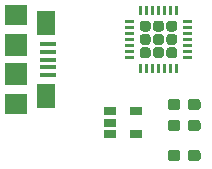
<source format=gbr>
%TF.GenerationSoftware,KiCad,Pcbnew,(5.1.9)-1*%
%TF.CreationDate,2021-04-24T14:26:43-04:00*%
%TF.ProjectId,esp_prog,6573705f-7072-46f6-972e-6b696361645f,rev?*%
%TF.SameCoordinates,Original*%
%TF.FileFunction,Paste,Top*%
%TF.FilePolarity,Positive*%
%FSLAX46Y46*%
G04 Gerber Fmt 4.6, Leading zero omitted, Abs format (unit mm)*
G04 Created by KiCad (PCBNEW (5.1.9)-1) date 2021-04-24 14:26:43*
%MOMM*%
%LPD*%
G01*
G04 APERTURE LIST*
%ADD10R,1.060000X0.650000*%
%ADD11R,1.350000X0.400000*%
%ADD12R,1.600000X2.100000*%
%ADD13R,1.900000X1.900000*%
%ADD14R,1.900000X1.800000*%
G04 APERTURE END LIST*
%TO.C,U1*%
G36*
G01*
X130723001Y-84999501D02*
X130723001Y-84874501D01*
G75*
G02*
X130785501Y-84812001I62500J0D01*
G01*
X131460501Y-84812001D01*
G75*
G02*
X131523001Y-84874501I0J-62500D01*
G01*
X131523001Y-84999501D01*
G75*
G02*
X131460501Y-85062001I-62500J0D01*
G01*
X130785501Y-85062001D01*
G75*
G02*
X130723001Y-84999501I0J62500D01*
G01*
G37*
G36*
G01*
X130723001Y-85499501D02*
X130723001Y-85374501D01*
G75*
G02*
X130785501Y-85312001I62500J0D01*
G01*
X131460501Y-85312001D01*
G75*
G02*
X131523001Y-85374501I0J-62500D01*
G01*
X131523001Y-85499501D01*
G75*
G02*
X131460501Y-85562001I-62500J0D01*
G01*
X130785501Y-85562001D01*
G75*
G02*
X130723001Y-85499501I0J62500D01*
G01*
G37*
G36*
G01*
X130723001Y-85999501D02*
X130723001Y-85874501D01*
G75*
G02*
X130785501Y-85812001I62500J0D01*
G01*
X131460501Y-85812001D01*
G75*
G02*
X131523001Y-85874501I0J-62500D01*
G01*
X131523001Y-85999501D01*
G75*
G02*
X131460501Y-86062001I-62500J0D01*
G01*
X130785501Y-86062001D01*
G75*
G02*
X130723001Y-85999501I0J62500D01*
G01*
G37*
G36*
G01*
X130723001Y-86499501D02*
X130723001Y-86374501D01*
G75*
G02*
X130785501Y-86312001I62500J0D01*
G01*
X131460501Y-86312001D01*
G75*
G02*
X131523001Y-86374501I0J-62500D01*
G01*
X131523001Y-86499501D01*
G75*
G02*
X131460501Y-86562001I-62500J0D01*
G01*
X130785501Y-86562001D01*
G75*
G02*
X130723001Y-86499501I0J62500D01*
G01*
G37*
G36*
G01*
X130723001Y-86999501D02*
X130723001Y-86874501D01*
G75*
G02*
X130785501Y-86812001I62500J0D01*
G01*
X131460501Y-86812001D01*
G75*
G02*
X131523001Y-86874501I0J-62500D01*
G01*
X131523001Y-86999501D01*
G75*
G02*
X131460501Y-87062001I-62500J0D01*
G01*
X130785501Y-87062001D01*
G75*
G02*
X130723001Y-86999501I0J62500D01*
G01*
G37*
G36*
G01*
X130723001Y-87499501D02*
X130723001Y-87374501D01*
G75*
G02*
X130785501Y-87312001I62500J0D01*
G01*
X131460501Y-87312001D01*
G75*
G02*
X131523001Y-87374501I0J-62500D01*
G01*
X131523001Y-87499501D01*
G75*
G02*
X131460501Y-87562001I-62500J0D01*
G01*
X130785501Y-87562001D01*
G75*
G02*
X130723001Y-87499501I0J62500D01*
G01*
G37*
G36*
G01*
X130723001Y-87999501D02*
X130723001Y-87874501D01*
G75*
G02*
X130785501Y-87812001I62500J0D01*
G01*
X131460501Y-87812001D01*
G75*
G02*
X131523001Y-87874501I0J-62500D01*
G01*
X131523001Y-87999501D01*
G75*
G02*
X131460501Y-88062001I-62500J0D01*
G01*
X130785501Y-88062001D01*
G75*
G02*
X130723001Y-87999501I0J62500D01*
G01*
G37*
G36*
G01*
X131948001Y-89224501D02*
X131948001Y-88549501D01*
G75*
G02*
X132010501Y-88487001I62500J0D01*
G01*
X132135501Y-88487001D01*
G75*
G02*
X132198001Y-88549501I0J-62500D01*
G01*
X132198001Y-89224501D01*
G75*
G02*
X132135501Y-89287001I-62500J0D01*
G01*
X132010501Y-89287001D01*
G75*
G02*
X131948001Y-89224501I0J62500D01*
G01*
G37*
G36*
G01*
X132448001Y-89224501D02*
X132448001Y-88549501D01*
G75*
G02*
X132510501Y-88487001I62500J0D01*
G01*
X132635501Y-88487001D01*
G75*
G02*
X132698001Y-88549501I0J-62500D01*
G01*
X132698001Y-89224501D01*
G75*
G02*
X132635501Y-89287001I-62500J0D01*
G01*
X132510501Y-89287001D01*
G75*
G02*
X132448001Y-89224501I0J62500D01*
G01*
G37*
G36*
G01*
X132948001Y-89224501D02*
X132948001Y-88549501D01*
G75*
G02*
X133010501Y-88487001I62500J0D01*
G01*
X133135501Y-88487001D01*
G75*
G02*
X133198001Y-88549501I0J-62500D01*
G01*
X133198001Y-89224501D01*
G75*
G02*
X133135501Y-89287001I-62500J0D01*
G01*
X133010501Y-89287001D01*
G75*
G02*
X132948001Y-89224501I0J62500D01*
G01*
G37*
G36*
G01*
X133448001Y-89224501D02*
X133448001Y-88549501D01*
G75*
G02*
X133510501Y-88487001I62500J0D01*
G01*
X133635501Y-88487001D01*
G75*
G02*
X133698001Y-88549501I0J-62500D01*
G01*
X133698001Y-89224501D01*
G75*
G02*
X133635501Y-89287001I-62500J0D01*
G01*
X133510501Y-89287001D01*
G75*
G02*
X133448001Y-89224501I0J62500D01*
G01*
G37*
G36*
G01*
X133948001Y-89224501D02*
X133948001Y-88549501D01*
G75*
G02*
X134010501Y-88487001I62500J0D01*
G01*
X134135501Y-88487001D01*
G75*
G02*
X134198001Y-88549501I0J-62500D01*
G01*
X134198001Y-89224501D01*
G75*
G02*
X134135501Y-89287001I-62500J0D01*
G01*
X134010501Y-89287001D01*
G75*
G02*
X133948001Y-89224501I0J62500D01*
G01*
G37*
G36*
G01*
X134448001Y-89224501D02*
X134448001Y-88549501D01*
G75*
G02*
X134510501Y-88487001I62500J0D01*
G01*
X134635501Y-88487001D01*
G75*
G02*
X134698001Y-88549501I0J-62500D01*
G01*
X134698001Y-89224501D01*
G75*
G02*
X134635501Y-89287001I-62500J0D01*
G01*
X134510501Y-89287001D01*
G75*
G02*
X134448001Y-89224501I0J62500D01*
G01*
G37*
G36*
G01*
X134948001Y-89224501D02*
X134948001Y-88549501D01*
G75*
G02*
X135010501Y-88487001I62500J0D01*
G01*
X135135501Y-88487001D01*
G75*
G02*
X135198001Y-88549501I0J-62500D01*
G01*
X135198001Y-89224501D01*
G75*
G02*
X135135501Y-89287001I-62500J0D01*
G01*
X135010501Y-89287001D01*
G75*
G02*
X134948001Y-89224501I0J62500D01*
G01*
G37*
G36*
G01*
X135623001Y-87999501D02*
X135623001Y-87874501D01*
G75*
G02*
X135685501Y-87812001I62500J0D01*
G01*
X136360501Y-87812001D01*
G75*
G02*
X136423001Y-87874501I0J-62500D01*
G01*
X136423001Y-87999501D01*
G75*
G02*
X136360501Y-88062001I-62500J0D01*
G01*
X135685501Y-88062001D01*
G75*
G02*
X135623001Y-87999501I0J62500D01*
G01*
G37*
G36*
G01*
X135623001Y-87499501D02*
X135623001Y-87374501D01*
G75*
G02*
X135685501Y-87312001I62500J0D01*
G01*
X136360501Y-87312001D01*
G75*
G02*
X136423001Y-87374501I0J-62500D01*
G01*
X136423001Y-87499501D01*
G75*
G02*
X136360501Y-87562001I-62500J0D01*
G01*
X135685501Y-87562001D01*
G75*
G02*
X135623001Y-87499501I0J62500D01*
G01*
G37*
G36*
G01*
X135623001Y-86999501D02*
X135623001Y-86874501D01*
G75*
G02*
X135685501Y-86812001I62500J0D01*
G01*
X136360501Y-86812001D01*
G75*
G02*
X136423001Y-86874501I0J-62500D01*
G01*
X136423001Y-86999501D01*
G75*
G02*
X136360501Y-87062001I-62500J0D01*
G01*
X135685501Y-87062001D01*
G75*
G02*
X135623001Y-86999501I0J62500D01*
G01*
G37*
G36*
G01*
X135623001Y-86499501D02*
X135623001Y-86374501D01*
G75*
G02*
X135685501Y-86312001I62500J0D01*
G01*
X136360501Y-86312001D01*
G75*
G02*
X136423001Y-86374501I0J-62500D01*
G01*
X136423001Y-86499501D01*
G75*
G02*
X136360501Y-86562001I-62500J0D01*
G01*
X135685501Y-86562001D01*
G75*
G02*
X135623001Y-86499501I0J62500D01*
G01*
G37*
G36*
G01*
X135623001Y-85999501D02*
X135623001Y-85874501D01*
G75*
G02*
X135685501Y-85812001I62500J0D01*
G01*
X136360501Y-85812001D01*
G75*
G02*
X136423001Y-85874501I0J-62500D01*
G01*
X136423001Y-85999501D01*
G75*
G02*
X136360501Y-86062001I-62500J0D01*
G01*
X135685501Y-86062001D01*
G75*
G02*
X135623001Y-85999501I0J62500D01*
G01*
G37*
G36*
G01*
X135623001Y-85499501D02*
X135623001Y-85374501D01*
G75*
G02*
X135685501Y-85312001I62500J0D01*
G01*
X136360501Y-85312001D01*
G75*
G02*
X136423001Y-85374501I0J-62500D01*
G01*
X136423001Y-85499501D01*
G75*
G02*
X136360501Y-85562001I-62500J0D01*
G01*
X135685501Y-85562001D01*
G75*
G02*
X135623001Y-85499501I0J62500D01*
G01*
G37*
G36*
G01*
X135623001Y-84999501D02*
X135623001Y-84874501D01*
G75*
G02*
X135685501Y-84812001I62500J0D01*
G01*
X136360501Y-84812001D01*
G75*
G02*
X136423001Y-84874501I0J-62500D01*
G01*
X136423001Y-84999501D01*
G75*
G02*
X136360501Y-85062001I-62500J0D01*
G01*
X135685501Y-85062001D01*
G75*
G02*
X135623001Y-84999501I0J62500D01*
G01*
G37*
G36*
G01*
X134948001Y-84324501D02*
X134948001Y-83649501D01*
G75*
G02*
X135010501Y-83587001I62500J0D01*
G01*
X135135501Y-83587001D01*
G75*
G02*
X135198001Y-83649501I0J-62500D01*
G01*
X135198001Y-84324501D01*
G75*
G02*
X135135501Y-84387001I-62500J0D01*
G01*
X135010501Y-84387001D01*
G75*
G02*
X134948001Y-84324501I0J62500D01*
G01*
G37*
G36*
G01*
X134448001Y-84324501D02*
X134448001Y-83649501D01*
G75*
G02*
X134510501Y-83587001I62500J0D01*
G01*
X134635501Y-83587001D01*
G75*
G02*
X134698001Y-83649501I0J-62500D01*
G01*
X134698001Y-84324501D01*
G75*
G02*
X134635501Y-84387001I-62500J0D01*
G01*
X134510501Y-84387001D01*
G75*
G02*
X134448001Y-84324501I0J62500D01*
G01*
G37*
G36*
G01*
X133948001Y-84324501D02*
X133948001Y-83649501D01*
G75*
G02*
X134010501Y-83587001I62500J0D01*
G01*
X134135501Y-83587001D01*
G75*
G02*
X134198001Y-83649501I0J-62500D01*
G01*
X134198001Y-84324501D01*
G75*
G02*
X134135501Y-84387001I-62500J0D01*
G01*
X134010501Y-84387001D01*
G75*
G02*
X133948001Y-84324501I0J62500D01*
G01*
G37*
G36*
G01*
X133448001Y-84324501D02*
X133448001Y-83649501D01*
G75*
G02*
X133510501Y-83587001I62500J0D01*
G01*
X133635501Y-83587001D01*
G75*
G02*
X133698001Y-83649501I0J-62500D01*
G01*
X133698001Y-84324501D01*
G75*
G02*
X133635501Y-84387001I-62500J0D01*
G01*
X133510501Y-84387001D01*
G75*
G02*
X133448001Y-84324501I0J62500D01*
G01*
G37*
G36*
G01*
X132948001Y-84324501D02*
X132948001Y-83649501D01*
G75*
G02*
X133010501Y-83587001I62500J0D01*
G01*
X133135501Y-83587001D01*
G75*
G02*
X133198001Y-83649501I0J-62500D01*
G01*
X133198001Y-84324501D01*
G75*
G02*
X133135501Y-84387001I-62500J0D01*
G01*
X133010501Y-84387001D01*
G75*
G02*
X132948001Y-84324501I0J62500D01*
G01*
G37*
G36*
G01*
X132448001Y-84324501D02*
X132448001Y-83649501D01*
G75*
G02*
X132510501Y-83587001I62500J0D01*
G01*
X132635501Y-83587001D01*
G75*
G02*
X132698001Y-83649501I0J-62500D01*
G01*
X132698001Y-84324501D01*
G75*
G02*
X132635501Y-84387001I-62500J0D01*
G01*
X132510501Y-84387001D01*
G75*
G02*
X132448001Y-84324501I0J62500D01*
G01*
G37*
G36*
G01*
X131948001Y-84324501D02*
X131948001Y-83649501D01*
G75*
G02*
X132010501Y-83587001I62500J0D01*
G01*
X132135501Y-83587001D01*
G75*
G02*
X132198001Y-83649501I0J-62500D01*
G01*
X132198001Y-84324501D01*
G75*
G02*
X132135501Y-84387001I-62500J0D01*
G01*
X132010501Y-84387001D01*
G75*
G02*
X131948001Y-84324501I0J62500D01*
G01*
G37*
G36*
G01*
X132003001Y-85542001D02*
X132003001Y-85092001D01*
G75*
G02*
X132228001Y-84867001I225000J0D01*
G01*
X132678001Y-84867001D01*
G75*
G02*
X132903001Y-85092001I0J-225000D01*
G01*
X132903001Y-85542001D01*
G75*
G02*
X132678001Y-85767001I-225000J0D01*
G01*
X132228001Y-85767001D01*
G75*
G02*
X132003001Y-85542001I0J225000D01*
G01*
G37*
G36*
G01*
X132003001Y-86662001D02*
X132003001Y-86212001D01*
G75*
G02*
X132228001Y-85987001I225000J0D01*
G01*
X132678001Y-85987001D01*
G75*
G02*
X132903001Y-86212001I0J-225000D01*
G01*
X132903001Y-86662001D01*
G75*
G02*
X132678001Y-86887001I-225000J0D01*
G01*
X132228001Y-86887001D01*
G75*
G02*
X132003001Y-86662001I0J225000D01*
G01*
G37*
G36*
G01*
X132003001Y-87782001D02*
X132003001Y-87332001D01*
G75*
G02*
X132228001Y-87107001I225000J0D01*
G01*
X132678001Y-87107001D01*
G75*
G02*
X132903001Y-87332001I0J-225000D01*
G01*
X132903001Y-87782001D01*
G75*
G02*
X132678001Y-88007001I-225000J0D01*
G01*
X132228001Y-88007001D01*
G75*
G02*
X132003001Y-87782001I0J225000D01*
G01*
G37*
G36*
G01*
X133123001Y-85542001D02*
X133123001Y-85092001D01*
G75*
G02*
X133348001Y-84867001I225000J0D01*
G01*
X133798001Y-84867001D01*
G75*
G02*
X134023001Y-85092001I0J-225000D01*
G01*
X134023001Y-85542001D01*
G75*
G02*
X133798001Y-85767001I-225000J0D01*
G01*
X133348001Y-85767001D01*
G75*
G02*
X133123001Y-85542001I0J225000D01*
G01*
G37*
G36*
G01*
X133123001Y-86662001D02*
X133123001Y-86212001D01*
G75*
G02*
X133348001Y-85987001I225000J0D01*
G01*
X133798001Y-85987001D01*
G75*
G02*
X134023001Y-86212001I0J-225000D01*
G01*
X134023001Y-86662001D01*
G75*
G02*
X133798001Y-86887001I-225000J0D01*
G01*
X133348001Y-86887001D01*
G75*
G02*
X133123001Y-86662001I0J225000D01*
G01*
G37*
G36*
G01*
X133123001Y-87782001D02*
X133123001Y-87332001D01*
G75*
G02*
X133348001Y-87107001I225000J0D01*
G01*
X133798001Y-87107001D01*
G75*
G02*
X134023001Y-87332001I0J-225000D01*
G01*
X134023001Y-87782001D01*
G75*
G02*
X133798001Y-88007001I-225000J0D01*
G01*
X133348001Y-88007001D01*
G75*
G02*
X133123001Y-87782001I0J225000D01*
G01*
G37*
G36*
G01*
X134243001Y-85542001D02*
X134243001Y-85092001D01*
G75*
G02*
X134468001Y-84867001I225000J0D01*
G01*
X134918001Y-84867001D01*
G75*
G02*
X135143001Y-85092001I0J-225000D01*
G01*
X135143001Y-85542001D01*
G75*
G02*
X134918001Y-85767001I-225000J0D01*
G01*
X134468001Y-85767001D01*
G75*
G02*
X134243001Y-85542001I0J225000D01*
G01*
G37*
G36*
G01*
X134243001Y-86662001D02*
X134243001Y-86212001D01*
G75*
G02*
X134468001Y-85987001I225000J0D01*
G01*
X134918001Y-85987001D01*
G75*
G02*
X135143001Y-86212001I0J-225000D01*
G01*
X135143001Y-86662001D01*
G75*
G02*
X134918001Y-86887001I-225000J0D01*
G01*
X134468001Y-86887001D01*
G75*
G02*
X134243001Y-86662001I0J225000D01*
G01*
G37*
G36*
G01*
X134243001Y-87782001D02*
X134243001Y-87332001D01*
G75*
G02*
X134468001Y-87107001I225000J0D01*
G01*
X134918001Y-87107001D01*
G75*
G02*
X135143001Y-87332001I0J-225000D01*
G01*
X135143001Y-87782001D01*
G75*
G02*
X134918001Y-88007001I-225000J0D01*
G01*
X134468001Y-88007001D01*
G75*
G02*
X134243001Y-87782001I0J225000D01*
G01*
G37*
%TD*%
D10*
%TO.C,U2*%
X129456000Y-92522000D03*
X129456000Y-93472000D03*
X129456000Y-94422000D03*
X131656000Y-94422000D03*
X131656000Y-92522000D03*
%TD*%
%TO.C,C1*%
G36*
G01*
X134336500Y-92185500D02*
X134336500Y-91710500D01*
G75*
G02*
X134574000Y-91473000I237500J0D01*
G01*
X135174000Y-91473000D01*
G75*
G02*
X135411500Y-91710500I0J-237500D01*
G01*
X135411500Y-92185500D01*
G75*
G02*
X135174000Y-92423000I-237500J0D01*
G01*
X134574000Y-92423000D01*
G75*
G02*
X134336500Y-92185500I0J237500D01*
G01*
G37*
G36*
G01*
X136061500Y-92185500D02*
X136061500Y-91710500D01*
G75*
G02*
X136299000Y-91473000I237500J0D01*
G01*
X136899000Y-91473000D01*
G75*
G02*
X137136500Y-91710500I0J-237500D01*
G01*
X137136500Y-92185500D01*
G75*
G02*
X136899000Y-92423000I-237500J0D01*
G01*
X136299000Y-92423000D01*
G75*
G02*
X136061500Y-92185500I0J237500D01*
G01*
G37*
%TD*%
%TO.C,C2*%
G36*
G01*
X136061500Y-93963500D02*
X136061500Y-93488500D01*
G75*
G02*
X136299000Y-93251000I237500J0D01*
G01*
X136899000Y-93251000D01*
G75*
G02*
X137136500Y-93488500I0J-237500D01*
G01*
X137136500Y-93963500D01*
G75*
G02*
X136899000Y-94201000I-237500J0D01*
G01*
X136299000Y-94201000D01*
G75*
G02*
X136061500Y-93963500I0J237500D01*
G01*
G37*
G36*
G01*
X134336500Y-93963500D02*
X134336500Y-93488500D01*
G75*
G02*
X134574000Y-93251000I237500J0D01*
G01*
X135174000Y-93251000D01*
G75*
G02*
X135411500Y-93488500I0J-237500D01*
G01*
X135411500Y-93963500D01*
G75*
G02*
X135174000Y-94201000I-237500J0D01*
G01*
X134574000Y-94201000D01*
G75*
G02*
X134336500Y-93963500I0J237500D01*
G01*
G37*
%TD*%
%TO.C,C3*%
G36*
G01*
X134336500Y-96503500D02*
X134336500Y-96028500D01*
G75*
G02*
X134574000Y-95791000I237500J0D01*
G01*
X135174000Y-95791000D01*
G75*
G02*
X135411500Y-96028500I0J-237500D01*
G01*
X135411500Y-96503500D01*
G75*
G02*
X135174000Y-96741000I-237500J0D01*
G01*
X134574000Y-96741000D01*
G75*
G02*
X134336500Y-96503500I0J237500D01*
G01*
G37*
G36*
G01*
X136061500Y-96503500D02*
X136061500Y-96028500D01*
G75*
G02*
X136299000Y-95791000I237500J0D01*
G01*
X136899000Y-95791000D01*
G75*
G02*
X137136500Y-96028500I0J-237500D01*
G01*
X137136500Y-96503500D01*
G75*
G02*
X136899000Y-96741000I-237500J0D01*
G01*
X136299000Y-96741000D01*
G75*
G02*
X136061500Y-96503500I0J237500D01*
G01*
G37*
%TD*%
D11*
%TO.C,J1*%
X124206000Y-88138000D03*
X124206000Y-87488000D03*
X124206000Y-88788000D03*
X124206000Y-86838000D03*
X124206000Y-89438000D03*
D12*
X124081000Y-85038000D03*
X124081000Y-91238000D03*
D13*
X121531000Y-86938000D03*
X121531000Y-89338000D03*
D14*
X121531000Y-84338000D03*
X121531000Y-91938000D03*
%TD*%
M02*

</source>
